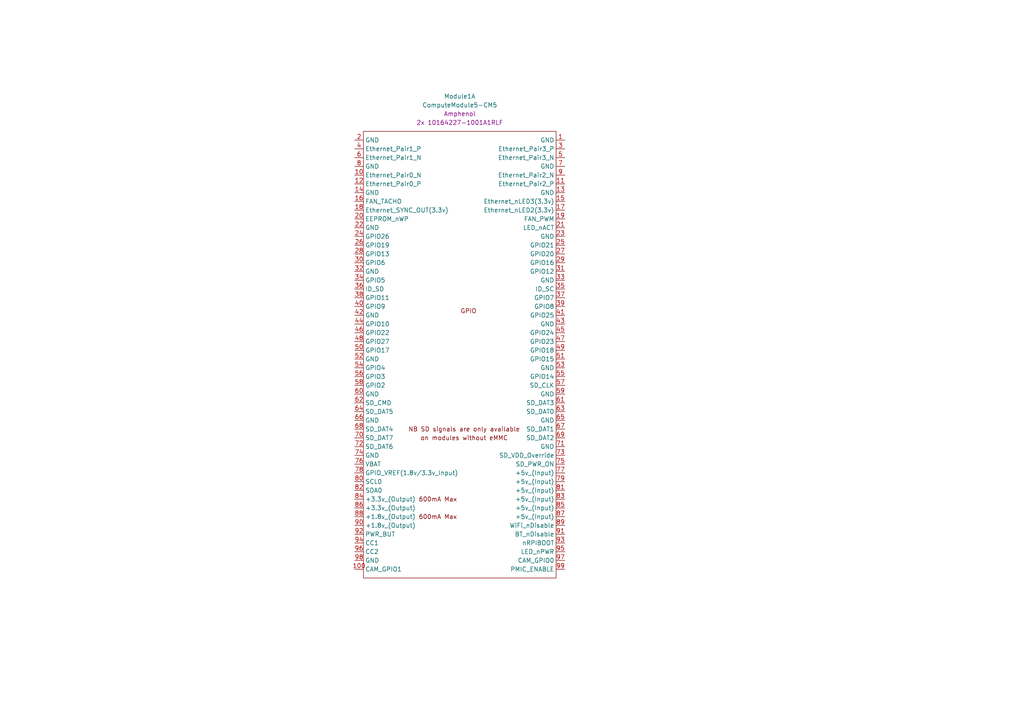
<source format=kicad_sch>
(kicad_sch (version 20250114) (generator "eeschema") (generator_version "9.0")
  (paper "A4")
  (lib_symbols
    (symbol "CM5IO:ComputeModule5-CM5"
      (property "Reference" "Module" (at 113.03 -68.58 0))
      (property "Value" "ComputeModule5-CM5" (at 140.97 2.54 0))
      (property "Field4" "Amphenol" (at 0 0 0))
      (property "Field5" "2x 10164227-1001A1RLF" (at 0 -2.54 0))
      (symbol "ComputeModule5-CM5_1_0"
        (text "GPIO" (at 0 6.35 0) (effects (font (size 1.27 1.27))))
      )
      (symbol "ComputeModule5-CM5_1_1"
        (rectangle (start -30.48 -71.12) (end 25.4 58.42))
        (text "600mA Max" (at -8.89 -48.26 0) (effects (font (size 1.27 1.27))))
        (text "600mA Max" (at -8.89 -53.34 0) (effects (font (size 1.27 1.27))))
        (text "NB SD signals are only available" (at -1.27 -27.94 0) (effects (font (size 1.27 1.27))))
        (text "on modules without eMMC" (at -1.27 -30.48 0) (effects (font (size 1.27 1.27))))
        (pin power_in line (at -33.02 55.88 0) (length 2.54) (name "GND") (number "2"))
        (pin passive line (at -33.02 53.34 0) (length 2.54) (name "Ethernet_Pair1_P") (number "4"))
        (pin passive line (at -33.02 50.8 0) (length 2.54) (name "Ethernet_Pair1_N") (number "6"))
        (pin power_in line (at -33.02 48.26 0) (length 2.54) (name "GND") (number "8"))
        (pin passive line (at -33.02 45.72 0) (length 2.54) (name "Ethernet_Pair0_N") (number "10"))
        (pin passive line (at -33.02 43.18 0) (length 2.54) (name "Ethernet_Pair0_P") (number "12"))
        (pin power_in line (at -33.02 40.64 0) (length 2.54) (name "GND") (number "14"))
        (pin input line (at -33.02 38.1 0) (length 2.54) (name "FAN_TACHO") (number "16"))
        (pin input line (at -33.02 35.56 0) (length 2.54) (name "Ethernet_SYNC_OUT(3.3v)") (number "18"))
        (pin passive line (at -33.02 33.02 0) (length 2.54) (name "EEPROM_nWP") (number "20"))
        (pin power_in line (at -33.02 30.48 0) (length 2.54) (name "GND") (number "22"))
        (pin passive line (at -33.02 27.94 0) (length 2.54) (name "GPIO26") (number "24"))
        (pin passive line (at -33.02 25.4 0) (length 2.54) (name "GPIO19") (number "26"))
        (pin passive line (at -33.02 22.86 0) (length 2.54) (name "GPIO13") (number "28"))
        (pin passive line (at -33.02 20.32 0) (length 2.54) (name "GPIO6") (number "30"))
        (pin power_in line (at -33.02 17.78 0) (length 2.54) (name "GND") (number "32"))
        (pin passive line (at -33.02 15.24 0) (length 2.54) (name "GPIO5") (number "34"))
        (pin passive line (at -33.02 12.7 0) (length 2.54) (name "ID_SD") (number "36"))
        (pin passive line (at -33.02 10.16 0) (length 2.54) (name "GPIO11") (number "38"))
        (pin passive line (at -33.02 7.62 0) (length 2.54) (name "GPIO9") (number "40"))
        (pin power_in line (at -33.02 5.08 0) (length 2.54) (name "GND") (number "42"))
        (pin passive line (at -33.02 2.54 0) (length 2.54) (name "GPIO10") (number "44"))
        (pin passive line (at -33.02 0 0) (length 2.54) (name "GPIO22") (number "46"))
        (pin passive line (at -33.02 -2.54 0) (length 2.54) (name "GPIO27") (number "48"))
        (pin passive line (at -33.02 -5.08 0) (length 2.54) (name "GPIO17") (number "50"))
        (pin power_in line (at -33.02 -7.62 0) (length 2.54) (name "GND") (number "52"))
        (pin passive line (at -33.02 -10.16 0) (length 2.54) (name "GPIO4") (number "54"))
        (pin passive line (at -33.02 -12.7 0) (length 2.54) (name "GPIO3") (number "56"))
        (pin passive line (at -33.02 -15.24 0) (length 2.54) (name "GPIO2") (number "58"))
        (pin power_in line (at -33.02 -17.78 0) (length 2.54) (name "GND") (number "60"))
        (pin passive line (at -33.02 -20.32 0) (length 2.54) (name "SD_CMD") (number "62"))
        (pin passive line (at -33.02 -22.86 0) (length 2.54) (name "SD_DAT5") (number "64"))
        (pin power_in line (at -33.02 -25.4 0) (length 2.54) (name "GND") (number "66"))
        (pin passive line (at -33.02 -27.94 0) (length 2.54) (name "SD_DAT4") (number "68"))
        (pin passive line (at -33.02 -30.48 0) (length 2.54) (name "SD_DAT7") (number "70"))
        (pin passive line (at -33.02 -33.02 0) (length 2.54) (name "SD_DAT6") (number "72"))
        (pin power_in line (at -33.02 -35.56 0) (length 2.54) (name "GND") (number "74"))
        (pin passive line (at -33.02 -38.1 0) (length 2.54) (name "VBAT") (number "76"))
        (pin power_in line (at -33.02 -40.64 0) (length 2.54) (name "GPIO_VREF(1.8v/3.3v_Input)") (number "78"))
        (pin passive line (at -33.02 -43.18 0) (length 2.54) (name "SCL0") (number "80"))
        (pin passive line (at -33.02 -45.72 0) (length 2.54) (name "SDA0") (number "82"))
        (pin power_out line (at -33.02 -48.26 0) (length 2.54) (name "+3.3v_(Output)") (number "84"))
        (pin passive line (at -33.02 -50.8 0) (length 2.54) (name "+3.3v_(Output)") (number "86"))
        (pin power_out line (at -33.02 -53.34 0) (length 2.54) (name "+1.8v_(Output)") (number "88"))
        (pin passive line (at -33.02 -55.88 0) (length 2.54) (name "+1.8v_(Output)") (number "90"))
        (pin passive line (at -33.02 -58.42 0) (length 2.54) (name "PWR_BUT") (number "92"))
        (pin passive line (at -33.02 -60.96 0) (length 2.54) (name "CC1") (number "94"))
        (pin passive line (at -33.02 -63.5 0) (length 2.54) (name "CC2") (number "96"))
        (pin power_in line (at -33.02 -66.04 0) (length 2.54) (name "GND") (number "98"))
        (pin passive line (at -33.02 -68.58 0) (length 2.54) (name "CAM_GPIO1") (number "100"))
        (pin power_in line (at 27.94 55.88 180) (length 2.54) (name "GND") (number "1"))
        (pin passive line (at 27.94 53.34 180) (length 2.54) (name "Ethernet_Pair3_P") (number "3"))
        (pin passive line (at 27.94 50.8 180) (length 2.54) (name "Ethernet_Pair3_N") (number "5"))
        (pin power_in line (at 27.94 48.26 180) (length 2.54) (name "GND") (number "7"))
        (pin passive line (at 27.94 45.72 180) (length 2.54) (name "Ethernet_Pair2_N") (number "9"))
        (pin passive line (at 27.94 43.18 180) (length 2.54) (name "Ethernet_Pair2_P") (number "11"))
        (pin power_in line (at 27.94 40.64 180) (length 2.54) (name "GND") (number "13"))
        (pin output line (at 27.94 38.1 180) (length 2.54) (name "Ethernet_nLED3(3.3v)") (number "15"))
        (pin output line (at 27.94 35.56 180) (length 2.54) (name "Ethernet_nLED2(3.3v)") (number "17"))
        (pin output line (at 27.94 33.02 180) (length 2.54) (name "FAN_PWM") (number "19"))
        (pin open_collector line (at 27.94 30.48 180) (length 2.54) (name "LED_nACT") (number "21"))
        (pin power_in line (at 27.94 27.94 180) (length 2.54) (name "GND") (number "23"))
        (pin passive line (at 27.94 25.4 180) (length 2.54) (name "GPIO21") (number "25"))
        (pin passive line (at 27.94 22.86 180) (length 2.54) (name "GPIO20") (number "27"))
        (pin passive line (at 27.94 20.32 180) (length 2.54) (name "GPIO16") (number "29"))
        (pin passive line (at 27.94 17.78 180) (length 2.54) (name "GPIO12") (number "31"))
        (pin power_in line (at 27.94 15.24 180) (length 2.54) (name "GND") (number "33"))
        (pin passive line (at 27.94 12.7 180) (length 2.54) (name "ID_SC") (number "35"))
        (pin passive line (at 27.94 10.16 180) (length 2.54) (name "GPIO7") (number "37"))
        (pin passive line (at 27.94 7.62 180) (length 2.54) (name "GPIO8") (number "39"))
        (pin passive line (at 27.94 5.08 180) (length 2.54) (name "GPIO25") (number "41"))
        (pin power_in line (at 27.94 2.54 180) (length 2.54) (name "GND") (number "43"))
        (pin passive line (at 27.94 0 180) (length 2.54) (name "GPIO24") (number "45"))
        (pin passive line (at 27.94 -2.54 180) (length 2.54) (name "GPIO23") (number "47"))
        (pin passive line (at 27.94 -5.08 180) (length 2.54) (name "GPIO18") (number "49"))
        (pin passive line (at 27.94 -7.62 180) (length 2.54) (name "GPIO15") (number "51"))
        (pin power_in line (at 27.94 -10.16 180) (length 2.54) (name "GND") (number "53"))
        (pin passive line (at 27.94 -12.7 180) (length 2.54) (name "GPIO14") (number "55"))
        (pin passive line (at 27.94 -15.24 180) (length 2.54) (name "SD_CLK") (number "57"))
        (pin power_in line (at 27.94 -17.78 180) (length 2.54) (name "GND") (number "59"))
        (pin passive line (at 27.94 -20.32 180) (length 2.54) (name "SD_DAT3") (number "61"))
        (pin passive line (at 27.94 -22.86 180) (length 2.54) (name "SD_DAT0") (number "63"))
        (pin power_in line (at 27.94 -25.4 180) (length 2.54) (name "GND") (number "65"))
        (pin passive line (at 27.94 -27.94 180) (length 2.54) (name "SD_DAT1") (number "67"))
        (pin passive line (at 27.94 -30.48 180) (length 2.54) (name "SD_DAT2") (number "69"))
        (pin power_in line (at 27.94 -33.02 180) (length 2.54) (name "GND") (number "71"))
        (pin input line (at 27.94 -35.56 180) (length 2.54) (name "SD_VDD_Override") (number "73"))
        (pin output line (at 27.94 -38.1 180) (length 2.54) (name "SD_PWR_ON") (number "75"))
        (pin power_in line (at 27.94 -40.64 180) (length 2.54) (name "+5v_(Input)") (number "77"))
        (pin power_in line (at 27.94 -43.18 180) (length 2.54) (name "+5v_(Input)") (number "79"))
        (pin power_in line (at 27.94 -45.72 180) (length 2.54) (name "+5v_(Input)") (number "81"))
        (pin power_in line (at 27.94 -48.26 180) (length 2.54) (name "+5v_(Input)") (number "83"))
        (pin power_in line (at 27.94 -50.8 180) (length 2.54) (name "+5v_(Input)") (number "85"))
        (pin power_in line (at 27.94 -53.34 180) (length 2.54) (name "+5v_(Input)") (number "87"))
        (pin input line (at 27.94 -55.88 180) (length 2.54) (name "WiFi_nDisable") (number "89"))
        (pin input line (at 27.94 -58.42 180) (length 2.54) (name "BT_nDisable") (number "91"))
        (pin input line (at 27.94 -60.96 180) (length 2.54) (name "nRPIBOOT") (number "93"))
        (pin output line (at 27.94 -63.5 180) (length 2.54) (name "LED_nPWR") (number "95"))
        (pin passive line (at 27.94 -66.04 180) (length 2.54) (name "CAM_GPIO0") (number "97"))
        (pin input line (at 27.94 -68.58 180) (length 2.54) (name "PMIC_ENABLE") (number "99"))
      )
      (symbol "ComputeModule5-CM5_2_1"
        (rectangle (start 114.3 -66.04) (end 165.1 63.5))
        (text "High Speed Serial" (at 140.97 0 0) (effects (font (size 1.27 1.27))))
        (pin input line (at 109.22 60.96 0) (length 5.08) (name "PCIe_nCLKREQ") (number "102"))
        (pin input line (at 109.22 58.42 0) (length 5.08) (name "PCIE_nWAKE") (number "104"))
        (pin output line (at 109.22 55.88 0) (length 5.08) (name "PCIE_PWR_EN") (number "106"))
        (pin power_in line (at 109.22 53.34 0) (length 5.08) (name "GND") (number "108"))
        (pin output line (at 109.22 50.8 0) (length 5.08) (name "PCIe_CLK_P") (number "110"))
        (pin output line (at 109.22 48.26 0) (length 5.08) (name "PCIe_CLK_N") (number "112"))
        (pin power_in line (at 109.22 45.72 0) (length 5.08) (name "GND") (number "114"))
        (pin input line (at 109.22 43.18 0) (length 5.08) (name "PCIe_RX_P") (number "116"))
        (pin input line (at 109.22 40.64 0) (length 5.08) (name "PCIe_RX_N") (number "118"))
        (pin power_in line (at 109.22 38.1 0) (length 5.08) (name "GND") (number "120"))
        (pin output line (at 109.22 35.56 0) (length 5.08) (name "PCIe_TX_P") (number "122"))
        (pin output line (at 109.22 33.02 0) (length 5.08) (name "PCIe_TX_N") (number "124"))
        (pin power_in line (at 109.22 30.48 0) (length 5.08) (name "GND") (number "126"))
        (pin input line (at 109.22 27.94 0) (length 5.08) (name "USB3-0-RX_N") (number "128"))
        (pin input line (at 109.22 25.4 0) (length 5.08) (name "USB3-0-RX_P") (number "130"))
        (pin power_in line (at 109.22 22.86 0) (length 5.08) (name "GND") (number "132"))
        (pin passive line (at 109.22 20.32 0) (length 5.08) (name "USB3-0-D_P") (number "134"))
        (pin passive line (at 109.22 17.78 0) (length 5.08) (name "USB3-0-D_N") (number "136"))
        (pin power_in line (at 109.22 15.24 0) (length 5.08) (name "GND") (number "138"))
        (pin output line (at 109.22 12.7 0) (length 5.08) (name "USB3-0-TX_N") (number "140"))
        (pin output line (at 109.22 10.16 0) (length 5.08) (name "USB3-0-TX_P") (number "142"))
        (pin power_in line (at 109.22 7.62 0) (length 5.08) (name "GND") (number "144"))
        (pin output line (at 109.22 5.08 0) (length 5.08) (name "HDMI1_TX2_P") (number "146"))
        (pin output line (at 109.22 2.54 0) (length 5.08) (name "HDMI1_TX2_N") (number "148"))
        (pin power_in line (at 109.22 0 0) (length 5.08) (name "GND") (number "150"))
        (pin output line (at 109.22 -2.54 0) (length 5.08) (name "HDMI1_TX1_P") (number "152"))
        (pin output line (at 109.22 -5.08 0) (length 5.08) (name "HDMI1_TX1_N") (number "154"))
        (pin power_in line (at 109.22 -7.62 0) (length 5.08) (name "GND") (number "156"))
        (pin output line (at 109.22 -10.16 0) (length 5.08) (name "HDMI1_TX0_P") (number "158"))
        (pin output line (at 109.22 -12.7 0) (length 5.08) (name "HDMI1_TX0_N") (number "160"))
        (pin power_in line (at 109.22 -15.24 0) (length 5.08) (name "GND") (number "162"))
        (pin output line (at 109.22 -17.78 0) (length 5.08) (name "HDMI1_CLK_P") (number "164"))
        (pin output line (at 109.22 -20.32 0) (length 5.08) (name "HDMI1_CLK_N") (number "166"))
        (pin power_in line (at 109.22 -22.86 0) (length 5.08) (name "GND") (number "168"))
        (pin output line (at 109.22 -25.4 0) (length 5.08) (name "HDMI0_TX2_P") (number "170"))
        (pin output line (at 109.22 -27.94 0) (length 5.08) (name "HDMI0_TX2_N") (number "172"))
        (pin power_in line (at 109.22 -30.48 0) (length 5.08) (name "GND") (number "174"))
        (pin output line (at 109.22 -33.02 0) (length 5.08) (name "HDMI0_TX1_P") (number "176"))
        (pin output line (at 109.22 -35.56 0) (length 5.08) (name "HDMI0_TX1_N") (number "178"))
        (pin power_in line (at 109.22 -38.1 0) (length 5.08) (name "GND") (number "180"))
        (pin output line (at 109.22 -40.64 0) (length 5.08) (name "HDMI0_TX0_P") (number "182"))
        (pin output line (at 109.22 -43.18 0) (length 5.08) (name "HDMI0_TX0_N") (number "184"))
        (pin power_in line (at 109.22 -45.72 0) (length 5.08) (name "GND") (number "186"))
        (pin output line (at 109.22 -48.26 0) (length 5.08) (name "HDMI0_CLK_P") (number "188"))
        (pin output line (at 109.22 -50.8 0) (length 5.08) (name "HDMI0_CLK_N") (number "190"))
        (pin power_in line (at 109.22 -53.34 0) (length 5.08) (name "GND") (number "192"))
        (pin output line (at 109.22 -55.88 0) (length 5.08) (name "MIPI1_D3_N") (number "194"))
        (pin output line (at 109.22 -58.42 0) (length 5.08) (name "MIPI1_D3_P") (number "196"))
        (pin power_in line (at 109.22 -60.96 0) (length 5.08) (name "GND") (number "198"))
        (pin open_collector line (at 109.22 -63.5 0) (length 5.08) (name "HDMI0_SCL") (number "200"))
        (pin input line (at 170.18 60.96 180) (length 5.08) (name "USB_OTG_ID") (number "101"))
        (pin passive line (at 170.18 58.42 180) (length 5.08) (name "USB2_N") (number "103"))
        (pin passive line (at 170.18 55.88 180) (length 5.08) (name "USB2_P") (number "105"))
        (pin power_in line (at 170.18 53.34 180) (length 5.08) (name "GND") (number "107"))
        (pin output line (at 170.18 50.8 180) (length 5.08) (name "PCIe_nRST") (number "109"))
        (pin output line (at 170.18 48.26 180) (length 5.08) (name "VBUS_EN") (number "111"))
        (pin power_in line (at 170.18 45.72 180) (length 5.08) (name "GND") (number "113"))
        (pin input line (at 170.18 43.18 180) (length 5.08) (name "MIPI0_D0_N") (number "115"))
        (pin input line (at 170.18 40.64 180) (length 5.08) (name "MIPI0_D0_P") (number "117"))
        (pin power_in line (at 170.18 38.1 180) (length 5.08) (name "GND") (number "119"))
        (pin input line (at 170.18 35.56 180) (length 5.08) (name "MIPI0_D1_N") (number "121"))
        (pin input line (at 170.18 33.02 180) (length 5.08) (name "MIPI0_D1_P") (number "123"))
        (pin power_in line (at 170.18 30.48 180) (length 5.08) (name "GND") (number "125"))
        (pin input line (at 170.18 27.94 180) (length 5.08) (name "MIPI0_C_N") (number "127"))
        (pin input line (at 170.18 25.4 180) (length 5.08) (name "MIPI0_C_P") (number "129"))
        (pin power_in line (at 170.18 22.86 180) (length 5.08) (name "GND") (number "131"))
        (pin input line (at 170.18 20.32 180) (length 5.08) (name "MIPI0_D2_N") (number "133"))
        (pin input line (at 170.18 17.78 180) (length 5.08) (name "MIPI0_D2_P") (number "135"))
        (pin power_in line (at 170.18 15.24 180) (length 5.08) (name "GND") (number "137"))
        (pin input line (at 170.18 12.7 180) (length 5.08) (name "MIPI0_D3_N") (number "139"))
        (pin input line (at 170.18 10.16 180) (length 5.08) (name "MIPI0_D3_P") (number "141"))
        (pin input line (at 170.18 7.62 180) (length 5.08) (name "HDMI1_HOTPLUG") (number "143"))
        (pin bidirectional line (at 170.18 5.08 180) (length 5.08) (name "HDMI1_SDA") (number "145"))
        (pin open_collector line (at 170.18 2.54 180) (length 5.08) (name "HDMI1_SCL") (number "147"))
        (pin open_collector line (at 170.18 0 180) (length 5.08) (name "HDMI1_CEC") (number "149"))
        (pin open_collector line (at 170.18 -2.54 180) (length 5.08) (name "HDMI0_CEC") (number "151"))
        (pin input line (at 170.18 -5.08 180) (length 5.08) (name "HDMI0_HOTPLUG") (number "153"))
        (pin power_in line (at 170.18 -7.62 180) (length 5.08) (name "GND") (number "155"))
        (pin input line (at 170.18 -10.16 180) (length 5.08) (name "USB3-1-RX_N") (number "157"))
        (pin input line (at 170.18 -12.7 180) (length 5.08) (name "USB3-1-RX_P") (number "159"))
        (pin power_in line (at 170.18 -15.24 180) (length 5.08) (name "GND") (number "161"))
        (pin passive line (at 170.18 -17.78 180) (length 5.08) (name "USB3-1-D_P") (number "163"))
        (pin passive line (at 170.18 -20.32 180) (length 5.08) (name "USB3-1-D_N") (number "165"))
        (pin power_in line (at 170.18 -22.86 180) (length 5.08) (name "GND") (number "167"))
        (pin output line (at 170.18 -25.4 180) (length 5.08) (name "USB3-1-TX_N") (number "169"))
        (pin output line (at 170.18 -27.94 180) (length 5.08) (name "USB3-1-TX_P") (number "171"))
        (pin power_in line (at 170.18 -30.48 180) (length 5.08) (name "GND") (number "173"))
        (pin output line (at 170.18 -33.02 180) (length 5.08) (name "MIPI1_D0_N") (number "175"))
        (pin output line (at 170.18 -35.56 180) (length 5.08) (name "MIPI1_D0_P") (number "177"))
        (pin power_in line (at 170.18 -38.1 180) (length 5.08) (name "GND") (number "179"))
        (pin output line (at 170.18 -40.64 180) (length 5.08) (name "MIPI1_D1_N") (number "181"))
        (pin output line (at 170.18 -43.18 180) (length 5.08) (name "MIPI1_D1_P") (number "183"))
        (pin power_in line (at 170.18 -45.72 180) (length 5.08) (name "GND") (number "185"))
        (pin output line (at 170.18 -48.26 180) (length 5.08) (name "MIPI1_C_N") (number "187"))
        (pin output line (at 170.18 -50.8 180) (length 5.08) (name "MIPI1_C_P") (number "189"))
        (pin power_in line (at 170.18 -53.34 180) (length 5.08) (name "GND") (number "191"))
        (pin output line (at 170.18 -55.88 180) (length 5.08) (name "MIPI1_D2_N") (number "193"))
        (pin output line (at 170.18 -58.42 180) (length 5.08) (name "MIPI1_D2_P") (number "195"))
        (pin power_in line (at 170.18 -60.96 180) (length 5.08) (name "GND") (number "197"))
        (pin bidirectional line (at 170.18 -63.5 180) (length 5.08) (name "HDMI0_SDA") (number "199"))
      )
    )
  )
  (symbol (lib_id "CM5IO:ComputeModule5-CM5") (at 135.89 96.52 0) (unit 1)
    (property "Reference" "Module1" (at 133.35 27.94 0))
    (property "Value" "ComputeModule5-CM5" (at 133.35 30.48 0))
    (property "Footprint" "CM5IO:Raspberry-Pi-5-Compute-Module" (effects (hide yes)))
    (property "Description" "RaspberryPi Compute module 5" (effects (hide yes)))
    (property "Field4" "Amphenol" (at 133.35 33.02 0))
    (property "Field5" "2x 10164227-1001A1RLF" (at 133.35 35.56 0))
  )
)
</source>
